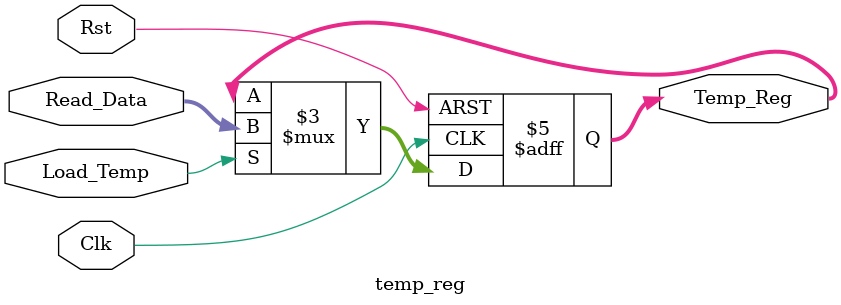
<source format=sv>
`timescale 1ns / 1ps

module temp_reg (
  // Clk + Reset
  input   logic         Clk,
  input   logic         Rst,
  // Control Flag From Controller
  input   logic         Load_Temp,
  // Data From Mem Buffer
  input   logic [15:0]  Read_Data,
  // Data To Data Mux
  output  logic [15:0]  Temp_Reg
);

////////////////////////////////////////////////////////////////
///////////////////////   Module Logic   ///////////////////////
////////////////////////////////////////////////////////////////

// Temp Register
always_ff @(posedge Clk or posedge Rst) begin
  if (Rst) begin
    Temp_Reg  <= '0;
  end
  else begin
    if (Load_Temp) begin
      Temp_Reg <= Read_Data;
    end
    else begin
      Temp_Reg <= Temp_Reg;
    end
  end
end

////////////////////////////////////////////////////////////////
//////////////////   Instantiation Template   //////////////////
////////////////////////////////////////////////////////////////
/*
temp_reg temp_reg (
  .Clk(),
  .Rst(),
  .Load_Temp(),
  .Read_Data(),
  .Temp_Reg()
);
*/
endmodule

</source>
